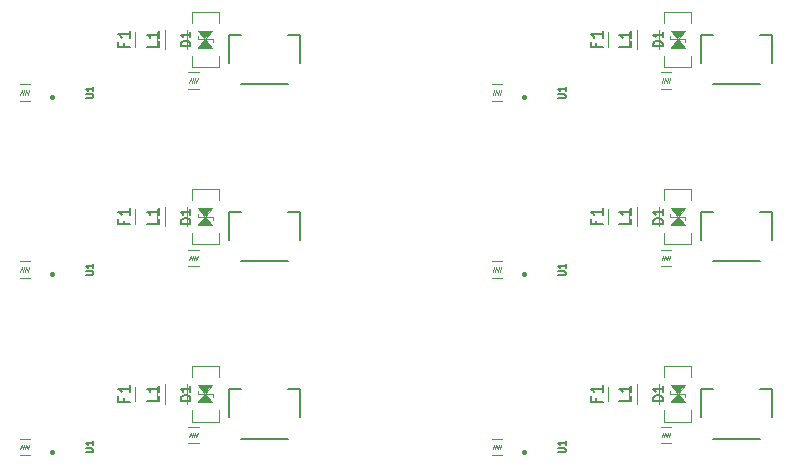
<source format=gbr>
%TF.GenerationSoftware,KiCad,Pcbnew,(5.1.11)-1*%
%TF.CreationDate,2022-09-07T06:47:23+07:00*%
%TF.ProjectId,Eclipse Voyager - Copy,45636c69-7073-4652-9056-6f7961676572,rev?*%
%TF.SameCoordinates,Original*%
%TF.FileFunction,Legend,Top*%
%TF.FilePolarity,Positive*%
%FSLAX46Y46*%
G04 Gerber Fmt 4.6, Leading zero omitted, Abs format (unit mm)*
G04 Created by KiCad (PCBNEW (5.1.11)-1) date 2022-09-07 06:47:23*
%MOMM*%
%LPD*%
G01*
G04 APERTURE LIST*
%ADD10C,0.150000*%
%ADD11C,0.120000*%
%ADD12C,0.100000*%
%ADD13C,0.101600*%
%ADD14C,0.400000*%
%ADD15C,0.200000*%
G04 APERTURE END LIST*
D10*
%TO.C,J1*%
X190500000Y-60100000D02*
X191500000Y-60100000D01*
X191500000Y-60100000D02*
X191500000Y-62500000D01*
X190500000Y-64300000D02*
X186500000Y-64300000D01*
X185500000Y-62500000D02*
X185500000Y-60100000D01*
X185500000Y-60100000D02*
X186500000Y-60100000D01*
X150500000Y-60100000D02*
X151500000Y-60100000D01*
X151500000Y-60100000D02*
X151500000Y-62500000D01*
X150500000Y-64300000D02*
X146500000Y-64300000D01*
X145500000Y-62500000D02*
X145500000Y-60100000D01*
X145500000Y-60100000D02*
X146500000Y-60100000D01*
X190500000Y-45100000D02*
X191500000Y-45100000D01*
X191500000Y-45100000D02*
X191500000Y-47500000D01*
X190500000Y-49300000D02*
X186500000Y-49300000D01*
X185500000Y-47500000D02*
X185500000Y-45100000D01*
X185500000Y-45100000D02*
X186500000Y-45100000D01*
X150500000Y-45100000D02*
X151500000Y-45100000D01*
X151500000Y-45100000D02*
X151500000Y-47500000D01*
X150500000Y-49300000D02*
X146500000Y-49300000D01*
X145500000Y-47500000D02*
X145500000Y-45100000D01*
X145500000Y-45100000D02*
X146500000Y-45100000D01*
X190500000Y-30100000D02*
X191500000Y-30100000D01*
X191500000Y-30100000D02*
X191500000Y-32500000D01*
X190500000Y-34300000D02*
X186500000Y-34300000D01*
X185500000Y-32500000D02*
X185500000Y-30100000D01*
X185500000Y-30100000D02*
X186500000Y-30100000D01*
D11*
%TO.C,L1*%
X180090000Y-61335242D02*
X180090000Y-59664758D01*
X181910000Y-61335242D02*
X181910000Y-59664758D01*
X140090000Y-61335242D02*
X140090000Y-59664758D01*
X141910000Y-61335242D02*
X141910000Y-59664758D01*
X180090000Y-46335242D02*
X180090000Y-44664758D01*
X181910000Y-46335242D02*
X181910000Y-44664758D01*
X140090000Y-46335242D02*
X140090000Y-44664758D01*
X141910000Y-46335242D02*
X141910000Y-44664758D01*
X180090000Y-31335242D02*
X180090000Y-29664758D01*
X181910000Y-31335242D02*
X181910000Y-29664758D01*
%TO.C,F1*%
X177590000Y-61102064D02*
X177590000Y-59897936D01*
X179410000Y-61102064D02*
X179410000Y-59897936D01*
X137590000Y-61102064D02*
X137590000Y-59897936D01*
X139410000Y-61102064D02*
X139410000Y-59897936D01*
X177590000Y-46102064D02*
X177590000Y-44897936D01*
X179410000Y-46102064D02*
X179410000Y-44897936D01*
X137590000Y-46102064D02*
X137590000Y-44897936D01*
X139410000Y-46102064D02*
X139410000Y-44897936D01*
X177590000Y-31102064D02*
X177590000Y-29897936D01*
X179410000Y-31102064D02*
X179410000Y-29897936D01*
%TO.C,R2*%
X167775000Y-64300000D02*
X168625000Y-64300000D01*
X167775000Y-65700000D02*
X168625000Y-65700000D01*
D12*
X168450000Y-65200000D02*
X168550000Y-64800000D01*
X167950000Y-64800000D02*
X168050000Y-65200000D01*
X167850000Y-65200000D02*
X167950000Y-64800000D01*
X168050000Y-65200000D02*
X168150000Y-64800000D01*
X168150000Y-64800000D02*
X168250000Y-65200000D01*
X168250000Y-65200000D02*
X168350000Y-64800000D01*
X168350000Y-64800000D02*
X168450000Y-65200000D01*
D11*
X127775000Y-64300000D02*
X128625000Y-64300000D01*
X127775000Y-65700000D02*
X128625000Y-65700000D01*
D12*
X128450000Y-65200000D02*
X128550000Y-64800000D01*
X127950000Y-64800000D02*
X128050000Y-65200000D01*
X127850000Y-65200000D02*
X127950000Y-64800000D01*
X128050000Y-65200000D02*
X128150000Y-64800000D01*
X128150000Y-64800000D02*
X128250000Y-65200000D01*
X128250000Y-65200000D02*
X128350000Y-64800000D01*
X128350000Y-64800000D02*
X128450000Y-65200000D01*
D11*
X167775000Y-49300000D02*
X168625000Y-49300000D01*
X167775000Y-50700000D02*
X168625000Y-50700000D01*
D12*
X168450000Y-50200000D02*
X168550000Y-49800000D01*
X167950000Y-49800000D02*
X168050000Y-50200000D01*
X167850000Y-50200000D02*
X167950000Y-49800000D01*
X168050000Y-50200000D02*
X168150000Y-49800000D01*
X168150000Y-49800000D02*
X168250000Y-50200000D01*
X168250000Y-50200000D02*
X168350000Y-49800000D01*
X168350000Y-49800000D02*
X168450000Y-50200000D01*
D11*
X127775000Y-49300000D02*
X128625000Y-49300000D01*
X127775000Y-50700000D02*
X128625000Y-50700000D01*
D12*
X128450000Y-50200000D02*
X128550000Y-49800000D01*
X127950000Y-49800000D02*
X128050000Y-50200000D01*
X127850000Y-50200000D02*
X127950000Y-49800000D01*
X128050000Y-50200000D02*
X128150000Y-49800000D01*
X128150000Y-49800000D02*
X128250000Y-50200000D01*
X128250000Y-50200000D02*
X128350000Y-49800000D01*
X128350000Y-49800000D02*
X128450000Y-50200000D01*
D11*
X167775000Y-34300000D02*
X168625000Y-34300000D01*
X167775000Y-35700000D02*
X168625000Y-35700000D01*
D12*
X168450000Y-35200000D02*
X168550000Y-34800000D01*
X167950000Y-34800000D02*
X168050000Y-35200000D01*
X167850000Y-35200000D02*
X167950000Y-34800000D01*
X168050000Y-35200000D02*
X168150000Y-34800000D01*
X168150000Y-34800000D02*
X168250000Y-35200000D01*
X168250000Y-35200000D02*
X168350000Y-34800000D01*
X168350000Y-34800000D02*
X168450000Y-35200000D01*
D11*
%TO.C,R1*%
X182925000Y-64700000D02*
X182075000Y-64700000D01*
X182925000Y-63300000D02*
X182075000Y-63300000D01*
D12*
X182250000Y-63800000D02*
X182150000Y-64200000D01*
X182750000Y-64200000D02*
X182650000Y-63800000D01*
X182850000Y-63800000D02*
X182750000Y-64200000D01*
X182650000Y-63800000D02*
X182550000Y-64200000D01*
X182550000Y-64200000D02*
X182450000Y-63800000D01*
X182450000Y-63800000D02*
X182350000Y-64200000D01*
X182350000Y-64200000D02*
X182250000Y-63800000D01*
D11*
X142925000Y-64700000D02*
X142075000Y-64700000D01*
X142925000Y-63300000D02*
X142075000Y-63300000D01*
D12*
X142250000Y-63800000D02*
X142150000Y-64200000D01*
X142750000Y-64200000D02*
X142650000Y-63800000D01*
X142850000Y-63800000D02*
X142750000Y-64200000D01*
X142650000Y-63800000D02*
X142550000Y-64200000D01*
X142550000Y-64200000D02*
X142450000Y-63800000D01*
X142450000Y-63800000D02*
X142350000Y-64200000D01*
X142350000Y-64200000D02*
X142250000Y-63800000D01*
D11*
X182925000Y-49700000D02*
X182075000Y-49700000D01*
X182925000Y-48300000D02*
X182075000Y-48300000D01*
D12*
X182250000Y-48800000D02*
X182150000Y-49200000D01*
X182750000Y-49200000D02*
X182650000Y-48800000D01*
X182850000Y-48800000D02*
X182750000Y-49200000D01*
X182650000Y-48800000D02*
X182550000Y-49200000D01*
X182550000Y-49200000D02*
X182450000Y-48800000D01*
X182450000Y-48800000D02*
X182350000Y-49200000D01*
X182350000Y-49200000D02*
X182250000Y-48800000D01*
D11*
X142925000Y-49700000D02*
X142075000Y-49700000D01*
X142925000Y-48300000D02*
X142075000Y-48300000D01*
D12*
X142250000Y-48800000D02*
X142150000Y-49200000D01*
X142750000Y-49200000D02*
X142650000Y-48800000D01*
X142850000Y-48800000D02*
X142750000Y-49200000D01*
X142650000Y-48800000D02*
X142550000Y-49200000D01*
X142550000Y-49200000D02*
X142450000Y-48800000D01*
X142450000Y-48800000D02*
X142350000Y-49200000D01*
X142350000Y-49200000D02*
X142250000Y-48800000D01*
D11*
X182925000Y-34700000D02*
X182075000Y-34700000D01*
X182925000Y-33300000D02*
X182075000Y-33300000D01*
D12*
X182250000Y-33800000D02*
X182150000Y-34200000D01*
X182750000Y-34200000D02*
X182650000Y-33800000D01*
X182850000Y-33800000D02*
X182750000Y-34200000D01*
X182650000Y-33800000D02*
X182550000Y-34200000D01*
X182550000Y-34200000D02*
X182450000Y-33800000D01*
X182450000Y-33800000D02*
X182350000Y-34200000D01*
X182350000Y-34200000D02*
X182250000Y-33800000D01*
D11*
%TO.C,D1*%
X184135000Y-60500000D02*
X184135000Y-60754000D01*
X182865000Y-60500000D02*
X182865000Y-60246000D01*
X184135000Y-60500000D02*
X182865000Y-60500000D01*
D12*
G36*
X183500000Y-60500000D02*
G01*
X182900000Y-59789000D01*
X184100000Y-59789000D01*
X183500000Y-60500000D01*
G37*
X183500000Y-60500000D02*
X182900000Y-59789000D01*
X184100000Y-59789000D01*
X183500000Y-60500000D01*
G36*
X183500000Y-60500000D02*
G01*
X184100000Y-61211000D01*
X182900000Y-61211000D01*
X183500000Y-60500000D01*
G37*
X183500000Y-60500000D02*
X184100000Y-61211000D01*
X182900000Y-61211000D01*
X183500000Y-60500000D01*
D13*
X182350000Y-58150000D02*
X184650000Y-58150000D01*
X184650000Y-58150000D02*
X184650000Y-59100000D01*
X182350000Y-58150000D02*
X182350000Y-59100000D01*
X184650000Y-62850000D02*
X182350000Y-62850000D01*
X184650000Y-62850000D02*
X184650000Y-61900000D01*
X182350000Y-62850000D02*
X182350000Y-61900000D01*
D11*
X144135000Y-60500000D02*
X144135000Y-60754000D01*
X142865000Y-60500000D02*
X142865000Y-60246000D01*
X144135000Y-60500000D02*
X142865000Y-60500000D01*
D12*
G36*
X143500000Y-60500000D02*
G01*
X142900000Y-59789000D01*
X144100000Y-59789000D01*
X143500000Y-60500000D01*
G37*
X143500000Y-60500000D02*
X142900000Y-59789000D01*
X144100000Y-59789000D01*
X143500000Y-60500000D01*
G36*
X143500000Y-60500000D02*
G01*
X144100000Y-61211000D01*
X142900000Y-61211000D01*
X143500000Y-60500000D01*
G37*
X143500000Y-60500000D02*
X144100000Y-61211000D01*
X142900000Y-61211000D01*
X143500000Y-60500000D01*
D13*
X142350000Y-58150000D02*
X144650000Y-58150000D01*
X144650000Y-58150000D02*
X144650000Y-59100000D01*
X142350000Y-58150000D02*
X142350000Y-59100000D01*
X144650000Y-62850000D02*
X142350000Y-62850000D01*
X144650000Y-62850000D02*
X144650000Y-61900000D01*
X142350000Y-62850000D02*
X142350000Y-61900000D01*
D11*
X184135000Y-45500000D02*
X184135000Y-45754000D01*
X182865000Y-45500000D02*
X182865000Y-45246000D01*
X184135000Y-45500000D02*
X182865000Y-45500000D01*
D12*
G36*
X183500000Y-45500000D02*
G01*
X182900000Y-44789000D01*
X184100000Y-44789000D01*
X183500000Y-45500000D01*
G37*
X183500000Y-45500000D02*
X182900000Y-44789000D01*
X184100000Y-44789000D01*
X183500000Y-45500000D01*
G36*
X183500000Y-45500000D02*
G01*
X184100000Y-46211000D01*
X182900000Y-46211000D01*
X183500000Y-45500000D01*
G37*
X183500000Y-45500000D02*
X184100000Y-46211000D01*
X182900000Y-46211000D01*
X183500000Y-45500000D01*
D13*
X182350000Y-43150000D02*
X184650000Y-43150000D01*
X184650000Y-43150000D02*
X184650000Y-44100000D01*
X182350000Y-43150000D02*
X182350000Y-44100000D01*
X184650000Y-47850000D02*
X182350000Y-47850000D01*
X184650000Y-47850000D02*
X184650000Y-46900000D01*
X182350000Y-47850000D02*
X182350000Y-46900000D01*
D11*
X144135000Y-45500000D02*
X144135000Y-45754000D01*
X142865000Y-45500000D02*
X142865000Y-45246000D01*
X144135000Y-45500000D02*
X142865000Y-45500000D01*
D12*
G36*
X143500000Y-45500000D02*
G01*
X142900000Y-44789000D01*
X144100000Y-44789000D01*
X143500000Y-45500000D01*
G37*
X143500000Y-45500000D02*
X142900000Y-44789000D01*
X144100000Y-44789000D01*
X143500000Y-45500000D01*
G36*
X143500000Y-45500000D02*
G01*
X144100000Y-46211000D01*
X142900000Y-46211000D01*
X143500000Y-45500000D01*
G37*
X143500000Y-45500000D02*
X144100000Y-46211000D01*
X142900000Y-46211000D01*
X143500000Y-45500000D01*
D13*
X142350000Y-43150000D02*
X144650000Y-43150000D01*
X144650000Y-43150000D02*
X144650000Y-44100000D01*
X142350000Y-43150000D02*
X142350000Y-44100000D01*
X144650000Y-47850000D02*
X142350000Y-47850000D01*
X144650000Y-47850000D02*
X144650000Y-46900000D01*
X142350000Y-47850000D02*
X142350000Y-46900000D01*
D11*
X184135000Y-30500000D02*
X184135000Y-30754000D01*
X182865000Y-30500000D02*
X182865000Y-30246000D01*
X184135000Y-30500000D02*
X182865000Y-30500000D01*
D12*
G36*
X183500000Y-30500000D02*
G01*
X182900000Y-29789000D01*
X184100000Y-29789000D01*
X183500000Y-30500000D01*
G37*
X183500000Y-30500000D02*
X182900000Y-29789000D01*
X184100000Y-29789000D01*
X183500000Y-30500000D01*
G36*
X183500000Y-30500000D02*
G01*
X184100000Y-31211000D01*
X182900000Y-31211000D01*
X183500000Y-30500000D01*
G37*
X183500000Y-30500000D02*
X184100000Y-31211000D01*
X182900000Y-31211000D01*
X183500000Y-30500000D01*
D13*
X182350000Y-28150000D02*
X184650000Y-28150000D01*
X184650000Y-28150000D02*
X184650000Y-29100000D01*
X182350000Y-28150000D02*
X182350000Y-29100000D01*
X184650000Y-32850000D02*
X182350000Y-32850000D01*
X184650000Y-32850000D02*
X184650000Y-31900000D01*
X182350000Y-32850000D02*
X182350000Y-31900000D01*
D14*
%TO.C,U1*%
X170500000Y-65400000D02*
G75*
G03*
X170500000Y-65400000I0J0D01*
G01*
X130500000Y-65400000D02*
G75*
G03*
X130500000Y-65400000I0J0D01*
G01*
X170500000Y-50400000D02*
G75*
G03*
X170500000Y-50400000I0J0D01*
G01*
X130500000Y-50400000D02*
G75*
G03*
X130500000Y-50400000I0J0D01*
G01*
X170500000Y-35400000D02*
G75*
G03*
X170500000Y-35400000I0J0D01*
G01*
D11*
%TO.C,F1*%
X137590000Y-31102064D02*
X137590000Y-29897936D01*
X139410000Y-31102064D02*
X139410000Y-29897936D01*
D14*
%TO.C,U1*%
X130500000Y-35400000D02*
G75*
G03*
X130500000Y-35400000I0J0D01*
G01*
D11*
%TO.C,R2*%
X127775000Y-34300000D02*
X128625000Y-34300000D01*
X127775000Y-35700000D02*
X128625000Y-35700000D01*
D12*
X128450000Y-35200000D02*
X128550000Y-34800000D01*
X127950000Y-34800000D02*
X128050000Y-35200000D01*
X127850000Y-35200000D02*
X127950000Y-34800000D01*
X128050000Y-35200000D02*
X128150000Y-34800000D01*
X128150000Y-34800000D02*
X128250000Y-35200000D01*
X128250000Y-35200000D02*
X128350000Y-34800000D01*
X128350000Y-34800000D02*
X128450000Y-35200000D01*
D11*
%TO.C,R1*%
X142925000Y-34700000D02*
X142075000Y-34700000D01*
X142925000Y-33300000D02*
X142075000Y-33300000D01*
D12*
X142250000Y-33800000D02*
X142150000Y-34200000D01*
X142750000Y-34200000D02*
X142650000Y-33800000D01*
X142850000Y-33800000D02*
X142750000Y-34200000D01*
X142650000Y-33800000D02*
X142550000Y-34200000D01*
X142550000Y-34200000D02*
X142450000Y-33800000D01*
X142450000Y-33800000D02*
X142350000Y-34200000D01*
X142350000Y-34200000D02*
X142250000Y-33800000D01*
D11*
%TO.C,L1*%
X140090000Y-31335242D02*
X140090000Y-29664758D01*
X141910000Y-31335242D02*
X141910000Y-29664758D01*
%TO.C,D1*%
X144135000Y-30500000D02*
X144135000Y-30754000D01*
X142865000Y-30500000D02*
X142865000Y-30246000D01*
X144135000Y-30500000D02*
X142865000Y-30500000D01*
D12*
G36*
X143500000Y-30500000D02*
G01*
X142900000Y-29789000D01*
X144100000Y-29789000D01*
X143500000Y-30500000D01*
G37*
X143500000Y-30500000D02*
X142900000Y-29789000D01*
X144100000Y-29789000D01*
X143500000Y-30500000D01*
G36*
X143500000Y-30500000D02*
G01*
X144100000Y-31211000D01*
X142900000Y-31211000D01*
X143500000Y-30500000D01*
G37*
X143500000Y-30500000D02*
X144100000Y-31211000D01*
X142900000Y-31211000D01*
X143500000Y-30500000D01*
D13*
X142350000Y-28150000D02*
X144650000Y-28150000D01*
X144650000Y-28150000D02*
X144650000Y-29100000D01*
X142350000Y-28150000D02*
X142350000Y-29100000D01*
X144650000Y-32850000D02*
X142350000Y-32850000D01*
X144650000Y-32850000D02*
X144650000Y-31900000D01*
X142350000Y-32850000D02*
X142350000Y-31900000D01*
D10*
%TO.C,J1*%
X150500000Y-30100000D02*
X151500000Y-30100000D01*
X151500000Y-30100000D02*
X151500000Y-32500000D01*
X150500000Y-34300000D02*
X146500000Y-34300000D01*
X145500000Y-32500000D02*
X145500000Y-30100000D01*
X145500000Y-30100000D02*
X146500000Y-30100000D01*
%TO.C,L1*%
X179552380Y-60666666D02*
X179552380Y-61142857D01*
X178552380Y-61142857D01*
X179552380Y-59809523D02*
X179552380Y-60380952D01*
X179552380Y-60095238D02*
X178552380Y-60095238D01*
X178695238Y-60190476D01*
X178790476Y-60285714D01*
X178838095Y-60380952D01*
X139552380Y-60666666D02*
X139552380Y-61142857D01*
X138552380Y-61142857D01*
X139552380Y-59809523D02*
X139552380Y-60380952D01*
X139552380Y-60095238D02*
X138552380Y-60095238D01*
X138695238Y-60190476D01*
X138790476Y-60285714D01*
X138838095Y-60380952D01*
X179552380Y-45666666D02*
X179552380Y-46142857D01*
X178552380Y-46142857D01*
X179552380Y-44809523D02*
X179552380Y-45380952D01*
X179552380Y-45095238D02*
X178552380Y-45095238D01*
X178695238Y-45190476D01*
X178790476Y-45285714D01*
X178838095Y-45380952D01*
X139552380Y-45666666D02*
X139552380Y-46142857D01*
X138552380Y-46142857D01*
X139552380Y-44809523D02*
X139552380Y-45380952D01*
X139552380Y-45095238D02*
X138552380Y-45095238D01*
X138695238Y-45190476D01*
X138790476Y-45285714D01*
X138838095Y-45380952D01*
X179552380Y-30666666D02*
X179552380Y-31142857D01*
X178552380Y-31142857D01*
X179552380Y-29809523D02*
X179552380Y-30380952D01*
X179552380Y-30095238D02*
X178552380Y-30095238D01*
X178695238Y-30190476D01*
X178790476Y-30285714D01*
X178838095Y-30380952D01*
%TO.C,F1*%
X176608571Y-60833333D02*
X176608571Y-61166666D01*
X177132380Y-61166666D02*
X176132380Y-61166666D01*
X176132380Y-60690476D01*
X177132380Y-59785714D02*
X177132380Y-60357142D01*
X177132380Y-60071428D02*
X176132380Y-60071428D01*
X176275238Y-60166666D01*
X176370476Y-60261904D01*
X176418095Y-60357142D01*
X136608571Y-60833333D02*
X136608571Y-61166666D01*
X137132380Y-61166666D02*
X136132380Y-61166666D01*
X136132380Y-60690476D01*
X137132380Y-59785714D02*
X137132380Y-60357142D01*
X137132380Y-60071428D02*
X136132380Y-60071428D01*
X136275238Y-60166666D01*
X136370476Y-60261904D01*
X136418095Y-60357142D01*
X176608571Y-45833333D02*
X176608571Y-46166666D01*
X177132380Y-46166666D02*
X176132380Y-46166666D01*
X176132380Y-45690476D01*
X177132380Y-44785714D02*
X177132380Y-45357142D01*
X177132380Y-45071428D02*
X176132380Y-45071428D01*
X176275238Y-45166666D01*
X176370476Y-45261904D01*
X176418095Y-45357142D01*
X136608571Y-45833333D02*
X136608571Y-46166666D01*
X137132380Y-46166666D02*
X136132380Y-46166666D01*
X136132380Y-45690476D01*
X137132380Y-44785714D02*
X137132380Y-45357142D01*
X137132380Y-45071428D02*
X136132380Y-45071428D01*
X136275238Y-45166666D01*
X136370476Y-45261904D01*
X136418095Y-45357142D01*
X176608571Y-30833333D02*
X176608571Y-31166666D01*
X177132380Y-31166666D02*
X176132380Y-31166666D01*
X176132380Y-30690476D01*
X177132380Y-29785714D02*
X177132380Y-30357142D01*
X177132380Y-30071428D02*
X176132380Y-30071428D01*
X176275238Y-30166666D01*
X176370476Y-30261904D01*
X176418095Y-30357142D01*
%TO.C,D1*%
D15*
X182210904Y-61090476D02*
X181410904Y-61090476D01*
X181410904Y-60900000D01*
X181449000Y-60785714D01*
X181525190Y-60709523D01*
X181601380Y-60671428D01*
X181753761Y-60633333D01*
X181868047Y-60633333D01*
X182020428Y-60671428D01*
X182096619Y-60709523D01*
X182172809Y-60785714D01*
X182210904Y-60900000D01*
X182210904Y-61090476D01*
X182210904Y-59871428D02*
X182210904Y-60328571D01*
X182210904Y-60100000D02*
X181410904Y-60100000D01*
X181525190Y-60176190D01*
X181601380Y-60252380D01*
X181639476Y-60328571D01*
X142210904Y-61090476D02*
X141410904Y-61090476D01*
X141410904Y-60900000D01*
X141449000Y-60785714D01*
X141525190Y-60709523D01*
X141601380Y-60671428D01*
X141753761Y-60633333D01*
X141868047Y-60633333D01*
X142020428Y-60671428D01*
X142096619Y-60709523D01*
X142172809Y-60785714D01*
X142210904Y-60900000D01*
X142210904Y-61090476D01*
X142210904Y-59871428D02*
X142210904Y-60328571D01*
X142210904Y-60100000D02*
X141410904Y-60100000D01*
X141525190Y-60176190D01*
X141601380Y-60252380D01*
X141639476Y-60328571D01*
X182210904Y-46090476D02*
X181410904Y-46090476D01*
X181410904Y-45900000D01*
X181449000Y-45785714D01*
X181525190Y-45709523D01*
X181601380Y-45671428D01*
X181753761Y-45633333D01*
X181868047Y-45633333D01*
X182020428Y-45671428D01*
X182096619Y-45709523D01*
X182172809Y-45785714D01*
X182210904Y-45900000D01*
X182210904Y-46090476D01*
X182210904Y-44871428D02*
X182210904Y-45328571D01*
X182210904Y-45100000D02*
X181410904Y-45100000D01*
X181525190Y-45176190D01*
X181601380Y-45252380D01*
X181639476Y-45328571D01*
X142210904Y-46090476D02*
X141410904Y-46090476D01*
X141410904Y-45900000D01*
X141449000Y-45785714D01*
X141525190Y-45709523D01*
X141601380Y-45671428D01*
X141753761Y-45633333D01*
X141868047Y-45633333D01*
X142020428Y-45671428D01*
X142096619Y-45709523D01*
X142172809Y-45785714D01*
X142210904Y-45900000D01*
X142210904Y-46090476D01*
X142210904Y-44871428D02*
X142210904Y-45328571D01*
X142210904Y-45100000D02*
X141410904Y-45100000D01*
X141525190Y-45176190D01*
X141601380Y-45252380D01*
X141639476Y-45328571D01*
X182210904Y-31090476D02*
X181410904Y-31090476D01*
X181410904Y-30900000D01*
X181449000Y-30785714D01*
X181525190Y-30709523D01*
X181601380Y-30671428D01*
X181753761Y-30633333D01*
X181868047Y-30633333D01*
X182020428Y-30671428D01*
X182096619Y-30709523D01*
X182172809Y-30785714D01*
X182210904Y-30900000D01*
X182210904Y-31090476D01*
X182210904Y-29871428D02*
X182210904Y-30328571D01*
X182210904Y-30100000D02*
X181410904Y-30100000D01*
X181525190Y-30176190D01*
X181601380Y-30252380D01*
X181639476Y-30328571D01*
%TO.C,U1*%
D10*
X173398628Y-65457142D02*
X173884342Y-65457142D01*
X173941485Y-65428571D01*
X173970057Y-65400000D01*
X173998628Y-65342857D01*
X173998628Y-65228571D01*
X173970057Y-65171428D01*
X173941485Y-65142857D01*
X173884342Y-65114285D01*
X173398628Y-65114285D01*
X173998628Y-64514285D02*
X173998628Y-64857142D01*
X173998628Y-64685714D02*
X173398628Y-64685714D01*
X173484342Y-64742857D01*
X173541485Y-64800000D01*
X173570057Y-64857142D01*
X133398628Y-65457142D02*
X133884342Y-65457142D01*
X133941485Y-65428571D01*
X133970057Y-65400000D01*
X133998628Y-65342857D01*
X133998628Y-65228571D01*
X133970057Y-65171428D01*
X133941485Y-65142857D01*
X133884342Y-65114285D01*
X133398628Y-65114285D01*
X133998628Y-64514285D02*
X133998628Y-64857142D01*
X133998628Y-64685714D02*
X133398628Y-64685714D01*
X133484342Y-64742857D01*
X133541485Y-64800000D01*
X133570057Y-64857142D01*
X173398628Y-50457142D02*
X173884342Y-50457142D01*
X173941485Y-50428571D01*
X173970057Y-50400000D01*
X173998628Y-50342857D01*
X173998628Y-50228571D01*
X173970057Y-50171428D01*
X173941485Y-50142857D01*
X173884342Y-50114285D01*
X173398628Y-50114285D01*
X173998628Y-49514285D02*
X173998628Y-49857142D01*
X173998628Y-49685714D02*
X173398628Y-49685714D01*
X173484342Y-49742857D01*
X173541485Y-49800000D01*
X173570057Y-49857142D01*
X133398628Y-50457142D02*
X133884342Y-50457142D01*
X133941485Y-50428571D01*
X133970057Y-50400000D01*
X133998628Y-50342857D01*
X133998628Y-50228571D01*
X133970057Y-50171428D01*
X133941485Y-50142857D01*
X133884342Y-50114285D01*
X133398628Y-50114285D01*
X133998628Y-49514285D02*
X133998628Y-49857142D01*
X133998628Y-49685714D02*
X133398628Y-49685714D01*
X133484342Y-49742857D01*
X133541485Y-49800000D01*
X133570057Y-49857142D01*
X173398628Y-35457142D02*
X173884342Y-35457142D01*
X173941485Y-35428571D01*
X173970057Y-35400000D01*
X173998628Y-35342857D01*
X173998628Y-35228571D01*
X173970057Y-35171428D01*
X173941485Y-35142857D01*
X173884342Y-35114285D01*
X173398628Y-35114285D01*
X173998628Y-34514285D02*
X173998628Y-34857142D01*
X173998628Y-34685714D02*
X173398628Y-34685714D01*
X173484342Y-34742857D01*
X173541485Y-34800000D01*
X173570057Y-34857142D01*
%TO.C,F1*%
X136608571Y-30833333D02*
X136608571Y-31166666D01*
X137132380Y-31166666D02*
X136132380Y-31166666D01*
X136132380Y-30690476D01*
X137132380Y-29785714D02*
X137132380Y-30357142D01*
X137132380Y-30071428D02*
X136132380Y-30071428D01*
X136275238Y-30166666D01*
X136370476Y-30261904D01*
X136418095Y-30357142D01*
%TO.C,U1*%
X133398628Y-35457142D02*
X133884342Y-35457142D01*
X133941485Y-35428571D01*
X133970057Y-35400000D01*
X133998628Y-35342857D01*
X133998628Y-35228571D01*
X133970057Y-35171428D01*
X133941485Y-35142857D01*
X133884342Y-35114285D01*
X133398628Y-35114285D01*
X133998628Y-34514285D02*
X133998628Y-34857142D01*
X133998628Y-34685714D02*
X133398628Y-34685714D01*
X133484342Y-34742857D01*
X133541485Y-34800000D01*
X133570057Y-34857142D01*
%TO.C,L1*%
X139552380Y-30666666D02*
X139552380Y-31142857D01*
X138552380Y-31142857D01*
X139552380Y-29809523D02*
X139552380Y-30380952D01*
X139552380Y-30095238D02*
X138552380Y-30095238D01*
X138695238Y-30190476D01*
X138790476Y-30285714D01*
X138838095Y-30380952D01*
%TO.C,D1*%
D15*
X142210904Y-31090476D02*
X141410904Y-31090476D01*
X141410904Y-30900000D01*
X141449000Y-30785714D01*
X141525190Y-30709523D01*
X141601380Y-30671428D01*
X141753761Y-30633333D01*
X141868047Y-30633333D01*
X142020428Y-30671428D01*
X142096619Y-30709523D01*
X142172809Y-30785714D01*
X142210904Y-30900000D01*
X142210904Y-31090476D01*
X142210904Y-29871428D02*
X142210904Y-30328571D01*
X142210904Y-30100000D02*
X141410904Y-30100000D01*
X141525190Y-30176190D01*
X141601380Y-30252380D01*
X141639476Y-30328571D01*
%TD*%
M02*

</source>
